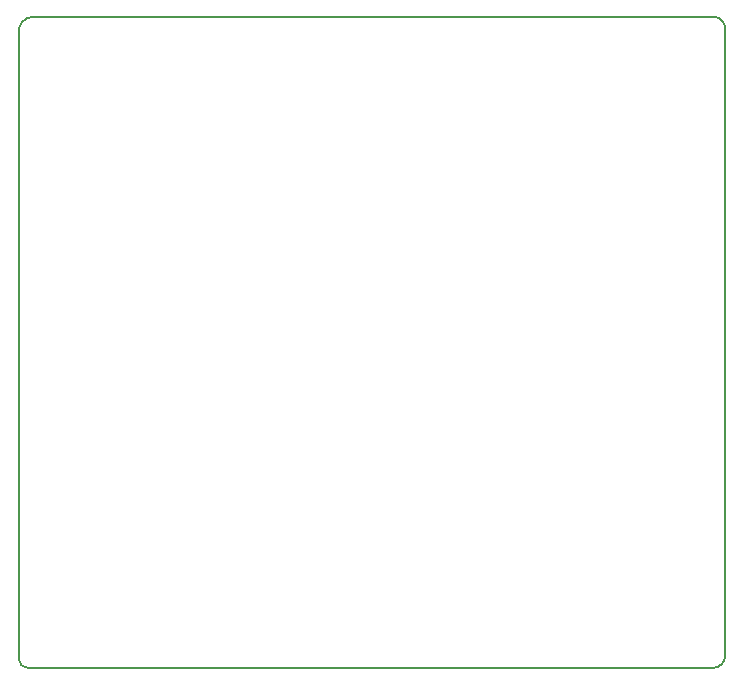
<source format=gbr>
G04 #@! TF.FileFunction,Profile,NP*
%FSLAX46Y46*%
G04 Gerber Fmt 4.6, Leading zero omitted, Abs format (unit mm)*
G04 Created by KiCad (PCBNEW 4.0.7) date 03/19/18 18:51:52*
%MOMM*%
%LPD*%
G01*
G04 APERTURE LIST*
%ADD10C,0.100000*%
%ADD11C,0.150000*%
G04 APERTURE END LIST*
D10*
D11*
X118999000Y-144526000D02*
G75*
G03X119761000Y-145288000I762000J0D01*
G01*
X177800000Y-145288000D02*
G75*
G03X178816000Y-144272000I0J1016000D01*
G01*
X178816000Y-91313000D02*
G75*
G03X177927000Y-90170000I-1016000J127000D01*
G01*
X120142000Y-90170000D02*
G75*
G03X118999000Y-91567000I127000J-1270000D01*
G01*
X118999000Y-144526000D02*
X118999000Y-91440000D01*
X177800000Y-145288000D02*
X119761000Y-145288000D01*
X178816000Y-91313000D02*
X178816000Y-144272000D01*
X120142000Y-90170000D02*
X177927000Y-90170000D01*
M02*

</source>
